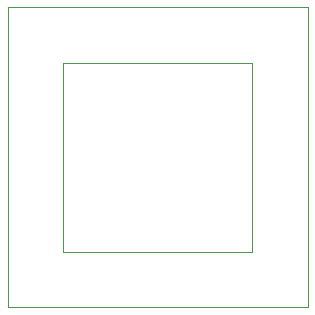
<source format=gbr>
G04 #@! TF.GenerationSoftware,KiCad,Pcbnew,5.1.5-rc1*
G04 #@! TF.CreationDate,2019-11-07T02:23:59+00:00*
G04 #@! TF.ProjectId,substrate_adapter,73756273-7472-4617-9465-5f6164617074,rev?*
G04 #@! TF.SameCoordinates,Original*
G04 #@! TF.FileFunction,Profile,NP*
%FSLAX46Y46*%
G04 Gerber Fmt 4.6, Leading zero omitted, Abs format (unit mm)*
G04 Created by KiCad (PCBNEW 5.1.5-rc1) date 2019-11-07 02:23:59*
%MOMM*%
%LPD*%
G04 APERTURE LIST*
%ADD10C,0.050000*%
G04 APERTURE END LIST*
D10*
X8000000Y-8000000D02*
X-8000000Y-8000000D01*
X8000000Y8000000D02*
X8000000Y-8000000D01*
X-8000000Y8000000D02*
X8000000Y8000000D01*
X-8000000Y-8000000D02*
X-8000000Y8000000D01*
X-12700000Y12700000D02*
X-12700000Y-12700000D01*
X12700000Y12700000D02*
X-12700000Y12700000D01*
X12700000Y-12700000D02*
X12700000Y12700000D01*
X-12700000Y-12700000D02*
X12700000Y-12700000D01*
M02*

</source>
